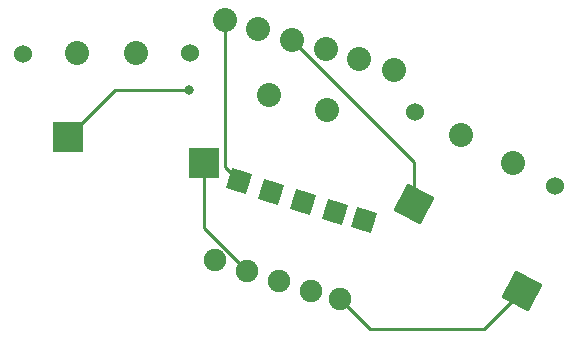
<source format=gbr>
%TF.GenerationSoftware,KiCad,Pcbnew,(6.0.4)*%
%TF.CreationDate,2024-05-03T16:02:45-07:00*%
%TF.ProjectId,thumb,7468756d-622e-46b6-9963-61645f706362,v1.0.0*%
%TF.SameCoordinates,Original*%
%TF.FileFunction,Copper,L2,Bot*%
%TF.FilePolarity,Positive*%
%FSLAX46Y46*%
G04 Gerber Fmt 4.6, Leading zero omitted, Abs format (unit mm)*
G04 Created by KiCad (PCBNEW (6.0.4)) date 2024-05-03 16:02:45*
%MOMM*%
%LPD*%
G01*
G04 APERTURE LIST*
G04 Aperture macros list*
%AMRotRect*
0 Rectangle, with rotation*
0 The origin of the aperture is its center*
0 $1 length*
0 $2 width*
0 $3 Rotation angle, in degrees counterclockwise*
0 Add horizontal line*
21,1,$1,$2,0,0,$3*%
G04 Aperture macros list end*
%TA.AperFunction,ComponentPad*%
%ADD10C,1.905000*%
%TD*%
%TA.AperFunction,ComponentPad*%
%ADD11RotRect,1.778000X1.778000X253.000000*%
%TD*%
%TA.AperFunction,ComponentPad*%
%ADD12C,2.032000*%
%TD*%
%TA.AperFunction,SMDPad,CuDef*%
%ADD13RotRect,2.600000X2.600000X332.000000*%
%TD*%
%TA.AperFunction,ComponentPad*%
%ADD14C,1.524000*%
%TD*%
%TA.AperFunction,SMDPad,CuDef*%
%ADD15R,2.600000X2.600000*%
%TD*%
%TA.AperFunction,ViaPad*%
%ADD16C,0.800000*%
%TD*%
%TA.AperFunction,Conductor*%
%ADD17C,0.250000*%
%TD*%
G04 APERTURE END LIST*
D10*
%TO.P,D6,1*%
%TO.N,mm_diode*%
X101676699Y-65947067D03*
D11*
%TO.P,D6,2*%
%TO.N,F0*%
X103723301Y-59252933D03*
%TD*%
D12*
%TO.P,,1*%
%TO.N,C7*%
X105700000Y-46300000D03*
%TD*%
D10*
%TO.P,D5,1*%
%TO.N,mr_diode*%
X104376699Y-66747067D03*
D11*
%TO.P,D5,2*%
%TO.N,F0*%
X106423301Y-60052933D03*
%TD*%
D12*
%TO.P,,1*%
%TO.N,B4*%
X102800000Y-45500000D03*
%TD*%
%TO.P,,1*%
%TO.N,F0*%
X97100000Y-43800000D03*
%TD*%
%TO.P,M2,1*%
%TO.N,B5*%
X100874261Y-50195195D03*
%TO.P,M2,2*%
%TO.N,mm_diode*%
X105725739Y-51404805D03*
%TD*%
%TO.P,,1*%
%TO.N,B5*%
X108500000Y-47100000D03*
%TD*%
D13*
%TO.P,S2,1*%
%TO.N,B4*%
X113101702Y-59408942D03*
%TO.P,S2,2*%
%TO.N,far_thumb*%
X122266910Y-66773824D03*
%TD*%
D14*
%TO.P,,1*%
%TO.N,N/C*%
X94200000Y-46600000D03*
%TD*%
D12*
%TO.P,,1*%
%TO.N,E6*%
X111400000Y-48000000D03*
%TD*%
D14*
%TO.P,,1*%
%TO.N,N/C*%
X125100000Y-57900000D03*
%TD*%
D12*
%TO.P,M3,1*%
%TO.N,mr_diode*%
X117095761Y-53548002D03*
%TO.P,M3,2*%
%TO.N,E6*%
X121510499Y-55895360D03*
%TD*%
D10*
%TO.P,D7,1*%
%TO.N,far_thumb*%
X106876699Y-67447067D03*
D11*
%TO.P,D7,2*%
%TO.N,F0*%
X108923301Y-60752933D03*
%TD*%
D10*
%TO.P,D4,1*%
%TO.N,inner_thumb*%
X98976699Y-65047067D03*
D11*
%TO.P,D4,2*%
%TO.N,F0*%
X101023301Y-58352933D03*
%TD*%
D15*
%TO.P,S1,1*%
%TO.N,B7*%
X83795950Y-53679451D03*
%TO.P,S1,2*%
%TO.N,inner_thumb*%
X95345950Y-55879451D03*
%TD*%
D10*
%TO.P,D3,1*%
%TO.N,ml_diode*%
X96276699Y-64147067D03*
D11*
%TO.P,D3,2*%
%TO.N,F0*%
X98323301Y-57452933D03*
%TD*%
D12*
%TO.P,M1,1*%
%TO.N,C7*%
X84570950Y-46629451D03*
%TO.P,M1,2*%
%TO.N,ml_diode*%
X89570950Y-46629451D03*
%TD*%
D14*
%TO.P,,1*%
%TO.N,N/C*%
X113200000Y-51600000D03*
%TD*%
%TO.P,,1*%
%TO.N,N/C*%
X80000000Y-46700000D03*
%TD*%
D12*
%TO.P,,1*%
%TO.N,B7*%
X99900000Y-44600000D03*
%TD*%
D16*
%TO.N,B7*%
X94100000Y-49700000D03*
%TD*%
D17*
%TO.N,inner_thumb*%
X95345950Y-55879451D02*
X95345950Y-61410351D01*
X98976699Y-65041100D02*
X98976699Y-65047067D01*
X95345950Y-61410351D02*
X98976699Y-65041100D01*
%TO.N,B7*%
X87775401Y-49700000D02*
X94100000Y-49700000D01*
X83795950Y-53679451D02*
X87775401Y-49700000D01*
%TO.N,far_thumb*%
X122266910Y-66773824D02*
X119033219Y-70007515D01*
X119033219Y-70007515D02*
X109437147Y-70007515D01*
X109437147Y-70007515D02*
X106876699Y-67447067D01*
%TO.N,B4*%
X113101702Y-55801702D02*
X102800000Y-45500000D01*
X113101702Y-59408942D02*
X113101702Y-55801702D01*
%TO.N,F0*%
X97100000Y-56229632D02*
X98323301Y-57452933D01*
X97100000Y-43800000D02*
X97100000Y-56229632D01*
%TD*%
M02*

</source>
